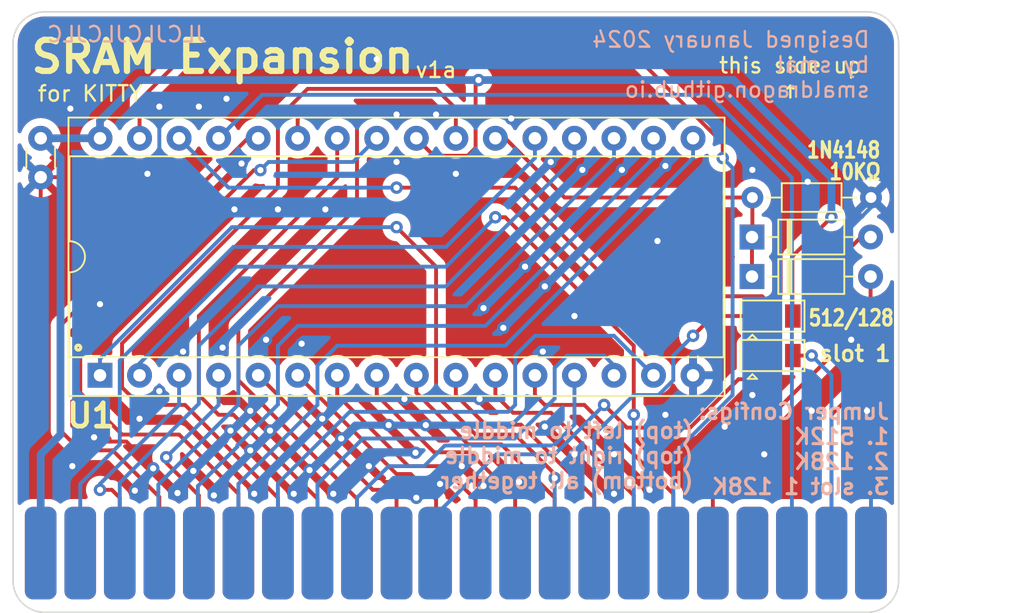
<source format=kicad_pcb>
(kicad_pcb (version 20221018) (generator pcbnew)
  (layers (0 "F.Cu" signal) (31 "B.Cu" signal) (34 "B.Paste" user) (35 "F.Paste" user) (36 "B.SilkS" user "B.Silkscreen") (37 "F.SilkS" user "F.Silkscreen") (38 "B.Mask" user) (39 "F.Mask" user) (44 "Edge.Cuts" user))
  (net 0 "")
  (net 1 "GND")
  (net 2 "+5V")
  (net 3 "Net-(D1-K)")
  (net 4 "~{SEL}")
  (net 5 "~{CART}")
  (net 6 "A15")
  (net 7 "D7")
  (net 8 "A14")
  (net 9 "D6")
  (net 10 "A13")
  (net 11 "D5")
  (net 12 "A12")
  (net 13 "D4")
  (net 14 "A11")
  (net 15 "D3")
  (net 16 "A10")
  (net 17 "D2")
  (net 18 "A9")
  (net 19 "D1")
  (net 20 "A8")
  (net 21 "D0")
  (net 22 "A7")
  (net 23 "B7")
  (net 24 "A6")
  (net 25 "B6")
  (net 26 "A5")
  (net 27 "B5")
  (net 28 "A4")
  (net 29 "B4")
  (net 30 "A3")
  (net 31 "B3")
  (net 32 "A2")
  (net 33 "B2")
  (net 34 "A1")
  (net 35 "B1")
  (net 36 "A0")
  (net 37 "B0")
  (net 38 "3M")
  (net 39 "~{NMI}")
  (net 40 "~{R}{slash}W")
  (net 41 "~{RESET}")
  (net 42 "R{slash}~{W}")
  (net 44 "Net-(J1-Pin_42)")
  (net 45 "/Enable 128")
  (footprint "Diode_THT:D_DO-35_SOD27_P7.62mm_Horizontal" (layer "F.Cu") (at 88.8746 73.66)
    (fp_text reference "D1" hide)
    (fp_text value "1N4148")
    (fp_line (start 1.04 0) (end 1.69 0) (stroke (width 0.12)) (layer "F.SilkS"))
    (fp_line (start 1.69 -1.12) (end 1.69 1.12) (stroke (width 0.12)) (layer "F.SilkS"))
    (fp_line (start 1.69 1.12) (end 5.93 1.12) (stroke (width 0.12)) (layer "F.SilkS"))
    (fp_line (start 2.29 -1.12) (end 2.29 1.12) (stroke (width 0.12)) (layer "F.SilkS"))
    (fp_line (start 2.41 -1.12) (end 2.41 1.12) (stroke (width 0.12)) (layer "F.SilkS"))
    (fp_line (start 2.53 -1.12) (end 2.53 1.12) (stroke (width 0.12)) (layer "F.SilkS"))
    (fp_line (start 5.93 -1.12) (end 1.69 -1.12) (stroke (width 0.12)) (layer "F.SilkS"))
    (fp_line (start 5.93 1.12) (end 5.93 -1.12) (stroke (width 0.12)) (layer "F.SilkS"))
    (fp_line (start 6.58 0) (end 5.93 0) (stroke (width 0.12)) (layer "F.SilkS"))
    (pad "1" thru_hole rect (at 0 0) (size 1.6 1.6) (drill 0.8) (layers "*.Cu" "*.Mask") (net 3 "Net-(D1-K)"))
    (pad "2" thru_hole oval (at 7.62 0) (size 1.6 1.6) (drill 0.8) (layers "*.Cu" "*.Mask") (net 4 "~{SEL}"))
  )
  (footprint "Capacitor_THT:C_Disc_D3.0mm_W1.6mm_P2.50mm" (layer "F.Cu") (at 43.18 67.27 90)
    (fp_text reference "C1" hide)
    (fp_text value "100nF" hide)
    (fp_line (start 0.621 -0.92) (end 1.879 -0.92) (stroke (width 0.12)) (layer "F.SilkS"))
    (fp_line (start 0.621 0.92) (end 1.879 0.92) (stroke (width 0.12)) (layer "F.SilkS"))
    (pad "1" thru_hole circle (at 0 0 90) (size 1.6 1.6) (drill 0.8) (layers "*.Cu" "*.Mask") (net 1 "GND"))
    (pad "2" thru_hole circle (at 2.5 0 90) (size 1.6 1.6) (drill 0.8) (layers "*.Cu" "*.Mask") (net 2 "+5V"))
  )
  (footprint "PCM_Package_DIP_AKL:DIP-32_W15.24mm_Socket" (layer "F.Cu") (at 46.99 80.01 90)
    (fp_text reference "U1" (at -2.5908 -0.5842 180) (layer "F.SilkS" knockout) (effects (font (size 1.5 1.5) (thickness 0.3) bold)))
    (fp_text value "AS6C4008-55PCN" hide)
    (fp_line (start -1.33 40.125) (end 16.57 40.125) (stroke (width 0.12)) (layer "F.SilkS"))
    (fp_line (start -1.329 -2.025) (end -1.33 40.125) (stroke (width 0.12)) (layer "F.SilkS"))
    (fp_line (start 1.16 40.065) (end 14.08 40.065) (stroke (width 0.12)) (layer "F.SilkS"))
    (fp_line (start 1.161 -1.965) (end 1.16 40.065) (stroke (width 0.12)) (layer "F.SilkS"))
    (fp_line (start 6.621 -1.965) (end 1.161 -1.965) (stroke (width 0.12)) (layer "F.SilkS"))
    (fp_line (start 14.08 40.065) (end 14.081 -1.965) (stroke (width 0.12)) (layer "F.SilkS"))
    (fp_line (start 14.081 -1.965) (end 8.621 -1.965) (stroke (width 0.12)) (layer "F.SilkS"))
    (fp_line (start 16.57 40.125) (end 16.571 -2.025) (stroke (width 0.12)) (layer "F.SilkS"))
    (fp_line (start 16.571 -2.025) (end -1.329 -2.025) (stroke (width 0.12)) (layer "F.SilkS"))
    (fp_arc (start 8.621 -1.965) (mid 7.621 -0.965) (end 6.621 -1.965) (stroke (width 0.12)) (layer "F.SilkS"))
    (fp_circle (center 1.779 -1.397) (end 1.829 -1.397) (stroke (width 0.12)) (fill none) (layer "F.SilkS"))
    (fp_circle (center 1.779 -1.397) (end 1.904 -1.397) (stroke (width 0.12)) (fill none) (layer "F.SilkS"))
    (fp_circle (center 1.779 -1.397) (end 1.979 -1.397) (stroke (width 0.12)) (fill none) (layer "F.SilkS"))
    (pad "1" thru_hole rect (at 0 0 90) (size 1.6 1.6) (drill 0.8) (layers "*.Cu" "*.Mask") (net 31 "B3"))
    (pad "2" thru_hole oval (at 0 2.54 90) (size 1.6 1.6) (drill 0.8) (layers "*.Cu" "*.Mask") (net 35 "B1"))
    (pad "3" thru_hole oval (at 0 5.08 90) (size 1.6 1.6) (drill 0.8) (layers "*.Cu" "*.Mask") (net 8 "A14"))
    (pad "4" thru_hole oval (at 0 7.62 90) (size 1.6 1.6) (drill 0.8) (layers "*.Cu" "*.Mask") (net 12 "A12"))
    (pad "5" thru_hole oval (at 0 10.16 90) (size 1.6 1.6) (drill 0.8) (layers "*.Cu" "*.Mask") (net 22 "A7"))
    (pad "6" thru_hole oval (at 0 12.7 90) (size 1.6 1.6) (drill 0.8) (layers "*.Cu" "*.Mask") (net 24 "A6"))
    (pad "7" thru_hole oval (at 0 15.24 90) (size 1.6 1.6) (drill 0.8) (layers "*.Cu" "*.Mask") (net 26 "A5"))
    (pad "8" thru_hole oval (at 0 17.78 90) (size 1.6 1.6) (drill 0.8) (layers "*.Cu" "*.Mask") (net 28 "A4"))
    (pad "9" thru_hole oval (at 0 20.32 90) (size 1.6 1.6) (drill 0.8) (layers "*.Cu" "*.Mask") (net 30 "A3"))
    (pad "10" thru_hole oval (at 0 22.86 90) (size 1.6 1.6) (drill 0.8) (layers "*.Cu" "*.Mask") (net 32 "A2"))
    (pad "11" thru_hole oval (at 0 25.4 90) (size 1.6 1.6) (drill 0.8) (layers "*.Cu" "*.Mask") (net 34 "A1"))
    (pad "12" thru_hole oval (at 0 27.94 90) (size 1.6 1.6) (drill 0.8) (layers "*.Cu" "*.Mask") (net 36 "A0"))
    (pad "13" thru_hole oval (at 0 30.48 90) (size 1.6 1.6) (drill 0.8) (layers "*.Cu" "*.Mask") (net 21 "D0"))
    (pad "14" thru_hole oval (at 0 33.02 90) (size 1.6 1.6) (drill 0.8) (layers "*.Cu" "*.Mask") (net 19 "D1"))
    (pad "15" thru_hole oval (at 0 35.56 90) (size 1.6 1.6) (drill 0.8) (layers "*.Cu" "*.Mask") (net 17 "D2"))
    (pad "16" thru_hole oval (at 0 38.1 90) (size 1.6 1.6) (drill 0.8) (layers "*.Cu" "*.Mask") (net 1 "GND"))
    (pad "17" thru_hole oval (at 15.24 38.1 90) (size 1.6 1.6) (drill 0.8) (layers "*.Cu" "*.Mask") (net 15 "D3"))
    (pad "18" thru_hole oval (at 15.24 35.56 90) (size 1.6 1.6) (drill 0.8) (layers "*.Cu" "*.Mask") (net 13 "D4"))
    (pad "19" thru_hole oval (at 15.24 33.02 90) (size 1.6 1.6) (drill 0.8) (layers "*.Cu" "*.Mask") (net 11 "D5"))
    (pad "20" thru_hole oval (at 15.24 30.48 90) (size 1.6 1.6) (drill 0.8) (layers "*.Cu" "*.Mask") (net 9 "D6"))
    (pad "21" thru_hole oval (at 15.24 27.94 90) (size 1.6 1.6) (drill 0.8) (layers "*.Cu" "*.Mask") (net 7 "D7"))
    (pad "22" thru_hole oval (at 15.24 25.4 90) (size 1.6 1.6) (drill 0.8) (layers "*.Cu" "*.Mask") (net 3 "Net-(D1-K)"))
    (pad "23" thru_hole oval (at 15.24 22.86 90) (size 1.6 1.6) (drill 0.8) (layers "*.Cu" "*.Mask") (net 16 "A10"))
    (pad "24" thru_hole oval (at 15.24 20.32 90) (size 1.6 1.6) (drill 0.8) (layers "*.Cu" "*.Mask") (net 2 "+5V"))
    (pad "25" thru_hole oval (at 15.24 17.78 90) (size 1.6 1.6) (drill 0.8) (layers "*.Cu" "*.Mask") (net 14 "A11"))
    (pad "26" thru_hole oval (at 15.24 15.24 90) (size 1.6 1.6) (drill 0.8) (layers "*.Cu" "*.Mask") (net 18 "A9"))
    (pad "27" thru_hole oval (at 15.24 12.7 90) (size 1.6 1.6) (drill 0.8) (layers "*.Cu" "*.Mask") (net 20 "A8"))
    (pad "28" thru_hole oval (at 15.24 10.16 90) (size 1.6 1.6) (drill 0.8) (layers "*.Cu" "*.Mask") (net 10 "A13"))
    (pad "29" thru_hole oval (at 15.24 7.62 90) (size 1.6 1.6) (drill 0.8) (layers "*.Cu" "*.Mask") (net 42 "R{slash}~{W}"))
    (pad "30" thru_hole oval (at 15.24 5.08 90) (size 1.6 1.6) (drill 0.8) (layers "*.Cu" "*.Mask") (net 45 "/Enable 128"))
    (pad "31" thru_hole oval (at 15.24 2.54 90) (size 1.6 1.6) (drill 0.8) (layers "*.Cu" "*.Mask") (net 37 "B0"))
    (pad "32" thru_hole oval (at 15.24 0 90) (size 1.6 1.6) (drill 0.8) (layers "*.Cu" "*.Mask") (net 2 "+5V"))
  )
  (footprint "Jumper:SolderJumper-3_P1.3mm_Open_Pad1.0x1.5mm" (layer "F.Cu") (at 90.2 76.2)
    (fp_text reference "JP1" hide)
    (fp_text value "512/128" (at 5.05 0.127) (layer "F.SilkS") (effects (font (size 1 0.8) (thickness 0.2) bold)))
    (fp_line (start -2.05 -1) (end 2.05 -1) (stroke (width 0.12)) (layer "F.SilkS"))
    (fp_line (start -2.05 1) (end -2.05 -1) (stroke (width 0.12)) (layer "F.SilkS"))
    (fp_line (start -1.6 1.5) (end -1 1.5) (stroke (width 0.12)) (layer "F.SilkS"))
    (fp_line (start -1.3 1.2) (end -1.6 1.5) (stroke (width 0.12)) (layer "F.SilkS"))
    (fp_line (start -1.3 1.2) (end -1 1.5) (stroke (width 0.12)) (layer "F.SilkS"))
    (fp_line (start 2.05 -1) (end 2.05 1) (stroke (width 0.12)) (layer "F.SilkS"))
    (fp_line (start 2.05 1) (end -2.05 1) (stroke (width 0.12)) (layer "F.SilkS"))
    (pad "1" smd rect (at -1.3 0) (size 1 1.5) (layers "F.Cu" "F.Mask") (net 33 "B2"))
    (pad "2" smd rect (at 0 0) (size 1 1.5) (layers "F.Cu" "F.Mask") (net 45 "/Enable 128"))
    (pad "3" smd rect (at 1.3 0) (size 1 1.5) (layers "F.Cu" "F.Mask") (net 2 "+5V"))
  )
  (footprint "Diode_THT:D_DO-35_SOD27_P7.62mm_Horizontal" (layer "F.Cu") (at 88.8746 71.12)
    (fp_text reference "D2" hide)
    (fp_text value "1N4148" (at 5.8928 -5.588) (layer "F.SilkS") (effects (font (size 1 0.8) (thickness 0.2) bold)))
    (fp_line (start 1.04 0) (end 1.69 0) (stroke (width 0.12)) (layer "F.SilkS"))
    (fp_line (start 1.69 -1.12) (end 1.69 1.12) (stroke (width 0.12)) (layer "F.SilkS"))
    (fp_line (start 1.69 1.12) (end 5.93 1.12) (stroke (width 0.12)) (layer "F.SilkS"))
    (fp_line (start 2.29 -1.12) (end 2.29 1.12) (stroke (width 0.12)) (layer "F.SilkS"))
    (fp_line (start 2.41 -1.12) (end 2.41 1.12) (stroke (width 0.12)) (layer "F.SilkS"))
    (fp_line (start 2.53 -1.12) (end 2.53 1.12) (stroke (width 0.12)) (layer "F.SilkS"))
    (fp_line (start 5.93 -1.12) (end 1.69 -1.12) (stroke (width 0.12)) (layer "F.SilkS"))
    (fp_line (start 5.93 1.12) (end 5.93 -1.12) (stroke (width 0.12)) (layer "F.SilkS"))
    (fp_line (start 6.58 0) (end 5.93 0) (stroke (width 0.12)) (layer "F.SilkS"))
    (pad "1" thru_hole rect (at 0 0) (size 1.6 1.6) (drill 0.8) (layers "*.Cu" "*.Mask") (net 3 "Net-(D1-K)"))
    (pad "2" thru_hole oval (at 7.62 0) (size 1.6 1.6) (drill 0.8) (layers "*.Cu" "*.Mask") (net 5 "~{CART}"))
  )
  (footprint "Jumper:SolderJumper-3_P1.3mm_Open_Pad1.0x1.5mm" (layer "F.Cu") (at 90.2 78.74)
    (fp_text reference "JP2" hide)
    (fp_text value "slot 1" (at 5.304 -0.127) (layer "F.SilkS") (effects (font (thickness 0.2) bold)))
    (fp_line (start -2.05 -1) (end 2.05 -1) (stroke (width 0.12)) (layer "F.SilkS"))
    (fp_line (start -2.05 1) (end -2.05 -1) (stroke (width 0.12)) (layer "F.SilkS"))
    (fp_line (start -1.6 1.5) (end -1 1.5) (stroke (width 0.12)) (layer "F.SilkS"))
    (fp_line (start -1.3 1.2) (end -1.6 1.5) (stroke (width 0.12)) (layer "F.SilkS"))
    (fp_line (start -1.3 1.2) (end -1 1.5) (stroke (width 0.12)) (layer "F.SilkS"))
    (fp_line (start 2.05 -1) (end 2.05 1) (stroke (width 0.12)) (layer "F.SilkS"))
    (fp_line (start 2.05 1) (end -2.05 1) (stroke (width 0.12)) (layer "F.SilkS"))
    (pad "1" smd rect (at -1.3 0) (size 1 1.5) (layers "F.Cu" "F.Mask") (net 45 "/Enable 128"))
    (pad "2" smd rect (at 0 0) (size 1 1.5) (layers "F.Cu" "F.Mask") (net 25 "B6"))
    (pad "3" smd rect (at 1.3 0) (size 1 1.5) (layers "F.Cu" "F.Mask") (net 44 "Net-(J1-Pin_42)"))
  )
  (footprint "Smal:KITTY_Cart_Edge" (layer "F.Cu") (at 97.79 88.4435 180)
    (fp_text reference "J1" hide)
    (fp_text value "Conn_02x22_Odd_Even")
    (pad "1" smd roundrect (at 54.61 -2.9965) (size 2.032 5.945) (layers "F.Cu" "F.Paste" "F.Mask") (net 1 "GND"))
    (pad "2" smd roundrect (at 54.61 -2.9965) (size 2.032 5.945) (layers "B.Cu" "B.Paste" "B.Mask") (net 2 "+5V"))
    (pad "3" smd roundrect (at 52.07 -2.9965) (size 2.032 5.945) (layers "F.Cu" "F.Paste" "F.Mask") (net 6 "A15"))
    (pad "4" smd roundrect (at 52.07 -2.9965) (size 2.032 5.945) (layers "B.Cu" "B.Paste" "B.Mask") (net 7 "D7"))
    (pad "5" smd roundrect (at 49.53 -2.9965) (size 2.032 5.945) (layers "F.Cu" "F.Paste" "F.Mask") (net 8 "A14"))
    (pad "6" smd roundrect (at 49.53 -2.9965) (size 2.032 5.945) (layers "B.Cu" "B.Paste" "B.Mask") (net 9 "D6"))
    (pad "7" smd roundrect (at 46.99 -2.9965) (size 2.032 5.945) (layers "F.Cu" "F.Paste" "F.Mask") (net 10 "A13"))
    (pad "8" smd roundrect (at 46.99 -2.9965) (size 2.032 5.945) (layers "B.Cu" "B.Paste" "B.Mask") (net 11 "D5"))
    (pad "9" smd roundrect (at 44.45 -2.9965) (size 2.032 5.945) (layers "F.Cu" "F.Paste" "F.Mask") (net 12 "A12"))
    (pad "10" smd roundrect (at 44.45 -2.9965) (size 2.032 5.945) (layers "B.Cu" "B.Paste" "B.Mask") (net 13 "D4"))
    (pad "11" smd roundrect (at 41.91 -2.9965) (size 2.032 5.945) (layers "F.Cu" "F.Paste" "F.Mask") (net 14 "A11"))
    (pad "12" smd roundrect (at 41.91 -3) (size 2.032 5.952) (layers "B.Cu" "B.Paste" "B.Mask") (net 15 "D3"))
    (pad "13" smd roundrect (at 39.37 -3) (size 2.032 5.952) (layers "F.Cu" "F.Paste" "F.Mask") (net 16 "A10"))
    (pad "14" smd roundrect (at 39.37 -2.9965) (size 2.032 5.945) (layers "B.Cu" "B.Paste" "B.Mask") (net 17 "D2"))
    (pad "15" smd roundrect (at 36.83 -3) (size 2.032 5.952) (layers "F.Cu" "F.Paste" "F.Mask") (net 18 "A9"))
    (pad "16" smd roundrect (at 36.83 -2.9965) (size 2.032 5.945) (layers "B.Cu" "B.Paste" "B.Mask") (net 19 "D1"))
    (pad "17" smd roundrect (at 34.29 -2.9965) (size 2.032 5.945) (layers "F.Cu" "F.Paste" "F.Mask") (net 20 "A8"))
    (pad "18" smd roundrect (at 34.29 -2.9965) (size 2.032 5.945) (layers "B.Cu" "B.Paste" "B.Mask") (net 21 "D0"))
    (pad "19" smd roundrect (at 31.75 -2.9965) (size 2.032 5.945) (layers "F.Cu" "F.Paste" "F.Mask") (net 22 "A7"))
    (pad "20" smd roundrect (at 31.75 -2.9965) (size 2.032 5.945) (layers "B.Cu" "B.Paste" "B.Mask") (net 23 "B7"))
    (pad "21" smd roundrect (at 29.21 -2.9965) (size 2.032 5.945) (layers "F.Cu" "F.Paste" "F.Mask") (net 24 "A6"))
    (pad "22" smd roundrect (at 29.2735 -3) (size 2.159 5.952) (layers "B.Cu" "B.Paste" "B.Mask") (net 25 "B6"))
    (pad "23" smd roundrect (at 26.67 -2.9965) (size 2.032 5.945) (layers "F.Cu" "F.Paste" "F.Mask") (net 26 "A5"))
    (pad "24" smd roundrect (at 26.67 -2.9965) (size 2.032 5.945) (layers "B.Cu" "B.Paste" "B.Mask") (net 27 "B5"))
    (pad "25" smd roundrect (at 24.13 -2.9965) (size 2.032 5.945) (layers "F.Cu" "F.Paste" "F.Mask") (net 28 "A4"))
    (pad "26" smd roundrect (at 24.13 -2.9965) (size 2.032 5.945) (layers "B.Cu" "B.Paste" "B.Mask") (net 29 "B4"))
    (pad "27" smd roundrect (at 21.59 -2.9965) (size 2.032 5.945) (layers "F.Cu" "F.Paste" "F.Mask") (net 30 "A3"))
    (pad "28" smd roundrect (at 21.59 -2.9965) (size 2.032 5.945) (layers "B.Cu" "B.Paste" "B.Mask") (net 31 "B3"))
    (pad "29" smd roundrect (at 19.05 -3) (size 2.032 5.952) (layers "F.Cu" "F.Paste" "F.Mask") (net 32 "A2"))
    (pad "30" smd roundrect (at 19.05 -2.9965) (size 2.032 5.945) (layers "B.Cu" "B.Paste" "B.Mask") (net 33 "B2"))
    (pad "31" smd roundrect (at 16.51 -2.9965) (size 2.032 5.945) (layers "F.Cu" "F.Paste" "F.Mask") (net 34 "A1"))
    (pad "32" smd roundrect (at 16.51 -2.9965) (size 2.032 5.945) (layers "B.Cu" "B.Paste" "B.Mask") (net 35 "B1"))
    (pad "33" smd roundrect (at 13.97 -2.9965) (size 2.032 5.945) (layers "F.Cu" "F.Paste" "F.Mask") (net 36 "A0"))
    (pad "34" smd roundrect (at 13.97 -3) (size 2.032 5.952) (layers "B.Cu" "B.Paste" "B.Mask") (net 37 "B0"))
    (pad "35" smd roundrect (at 11.43 -3) (size 2.032 5.952) (layers "F.Cu" "F.Paste" "F.Mask") (net 5 "~{CART}"))
    (pad "36" smd roundrect (at 11.43 -2.9965) (size 2.032 5.945) (layers "B.Cu" "B.Paste" "B.Mask") (net 38 "3M"))
    (pad "37" smd roundrect (at 8.89 -2.9965) (size 2.032 5.945) (layers "F.Cu" "F.Paste" "F.Mask") (net 39 "~{NMI}"))
    (pad "38" smd roundrect (at 8.89 -2.9965) (size 2.032 5.945) (layers "B.Cu" "B.Paste" "B.Mask") (net 40 "~{R}{slash}W"))
    (pad "39" smd roundrect (at 6.35 -2.9965) (size 2.032 5.945) (layers "F.Cu" "F.Paste" "F.Mask") (net 41 "~{RESET}"))
    (pad "40" smd roundrect (at 6.35 -2.9965) (size 2.032 5.945) (layers "B.Cu" "B.Paste" "B.Mask") (net 42 "R{slash}~{W}"))
    (pad "41" smd roundrect (at 3.81 -2.9965) (size 2.032 5.945) (layers "F.Cu" "F.Paste" "F.Mask") (net 4 "~{SEL}"))
    (pad "42" smd roundrect (at 3.81 -3) (size 2.032 5.952) (layers "B.Cu" "B.Paste" "B.Mask") (net 44 "Net-(J1-Pin_42)"))
    (pad "43" smd roundrect (at 1.27 -2.9965) (size 2.032 5.945) (layers "F.Cu" "F.Paste" "F.Mask"))
    (pad "44" smd roundrect (at 1.27 -2.9965) (size 2.032 5.945) (layers "B.Cu" "B.Paste" "B.Mask") (net 1 "GND"))
  )
  (footprint "Resistor_THT:R_Axial_DIN0204_L3.6mm_D1.6mm_P7.62mm_Horizontal" (layer "F.Cu") (at 96.52 68.58 180)
    (fp_text reference "R1" hide)
    (fp_text value "10KΩ" (at 1.016 1.651) (layer "F.SilkS") (effects (font (size 1 0.8) (thickness 0.2) bold)))
    (fp_line (start 0.94 0) (end 1.89 0) (stroke (width 0.12)) (layer "F.SilkS"))
    (fp_line (start 1.89 -0.92) (end 1.89 0.92) (stroke (width 0.12)) (layer "F.SilkS"))
    (fp_line (start 1.89 0.92) (end 5.73 0.92) (stroke (width 0.12)) (layer "F.SilkS"))
    (fp_line (start 5.73 -0.92) (end 1.89 -0.92) (stroke (width 0.12)) (layer "F.SilkS"))
    (fp_line (start 5.73 0.92) (end 5.73 -0.92) (stroke (width 0.12)) (layer "F.SilkS"))
    (fp_line (start 6.68 0) (end 5.73 0) (stroke (width 0.12)) (layer "F.SilkS"))
    (pad "1" thru_hole circle (at 0 0 180) (size 1.4 1.4) (drill 0.7) (layers "*.Cu" "*.Mask") (net 1 "GND"))
    (pad "2" thru_hole oval (at 7.62 0 180) (size 1.4 1.4) (drill 0.7) (layers "*.Cu" "*.Mask") (net 3 "Net-(D1-K)"))
  )
  (gr_line (start 41.402 58.674) (end 41.402 93.218) (stroke (width 0.1)) (layer "Edge.Cuts"))
  (gr_arc (start 98.298 93.217999) (mid 97.702841 94.65484) (end 96.266 95.249999) (stroke (width 0.1)) (layer "Edge.Cuts"))
  (gr_arc (start 43.434 95.25) (mid 41.997159 94.654841) (end 41.402 93.218) (stroke (width 0.1)) (layer "Edge.Cuts"))
  (gr_line (start 43.434 56.642) (end 96.266 56.642) (stroke (width 0.1)) (layer "Edge.Cuts"))
  (gr_arc (start 96.265999 56.642001) (mid 97.70284 57.23716) (end 98.297999 58.674001) (stroke (width 0.1)) (layer "Edge.Cuts"))
  (gr_line (start 98.298 93.218) (end 98.297999 58.674001) (stroke (width 0.1)) (layer "Edge.Cuts"))
  (gr_arc (start 41.402 58.674) (mid 41.997159 57.237159) (end 43.434 56.642) (stroke (width 0.1)) (layer "Edge.Cuts"))
  (gr_line (start 96.266 95.249999) (end 43.434 95.25) (stroke (width 0.1)) (layer "Edge.Cuts"))
  (gr_text "Jumper Configs:\n1. 512K\n2. 128K\n3. slot 1 128K" (at 97.79 87.757) (layer "B.SilkS") (effects (font (size 1 1) (thickness 0.2) bold) (justify left bottom mirror)))
  (gr_text "JLCJLCJLCJLC" (at 53.975 58.674) (layer "B.SilkS") (effects (font (size 1 1)) (justify left bottom mirror)))
  (gr_text "Designed January 2024\nby smal\nsmaldragon.github.io" (at 96.52 62.23) (layer "B.SilkS") (effects (font (size 1 1)) (justify left bottom mirror)))
  (gr_text "(top) left to middle\n(top) right to middle\n(bottom) all together" (at 85.217 87.376) (layer "B.SilkS") (effects (font (size 1 1) (thickness 0.2) bold) (justify left bottom mirror)))
  (gr_text "for KITTY" (at 46.355 62.484) (layer "F.SilkS") (effects (font (size 1 1)) (justify bottom)))
  (gr_text "SRAM Expansion" (at 54.864 60.706) (layer "F.SilkS") (effects (font (size 2 2) (thickness 0.4) bold) (justify bottom)))
  (gr_text "v1a" (at 68.58 60.96) (layer "F.SilkS") (effects (font (size 1 1)) (justify bottom)))
  (gr_text "this side up\n↑" (at 91.3384 62.2808) (layer "F.SilkS") (effects (font (size 1 1)) (justify bottom)))
  (segment (start 48.683735 84.27) (end 51.9684 87.554665) (width 0.25) (layer "F.Cu") (net 1))
  (segment (start 51.9684 87.554665) (end 51.9684 87.5792) (width 0.25) (layer "F.Cu") (net 1))
  (segment (start 65.278 86.868) (end 64.262 85.852) (width 0.25) (layer "F.Cu") (net 1))
  (segment (start 46.609 83.9978) (end 46.8812 84.27) (width 0.25) (layer "F.Cu") (net 1))
  (segment (start 50.038 67.056) (end 49.824 67.27) (width 0.25) (layer "F.Cu") (net 1))
  (segment (start 46.8812 84.27) (end 48.683735 84.27) (width 0.25) (layer "F.Cu") (net 1))
  (segment (start 49.824 67.27) (end 43.18 67.27) (width 0.25) (layer "F.Cu") (net 1))
  (segment (start 45.085 65.365) (end 43.18 67.27) (width 0.25) (layer "F.Cu") (net 1))
  (segment (start 45.085 62.865) (end 45.085 65.365) (width 0.25) (layer "F.Cu") (net 1))
  (segment (start 43.18 67.27) (end 43.18 91.44) (width 0.25) (layer "F.Cu") (net 1))
  (segment (start 67.31 87.884) (end 66.294 86.868) (width 0.25) (layer "F.Cu") (net 1))
  (segment (start 66.294 86.868) (end 65.278 86.868) (width 0.25) (layer "F.Cu") (net 1))
  (via (at 52.324 78.486) (size 0.8) (drill 0.4) (layers "F.Cu" "B.Cu") (net 1))
  (via (at 80.01 85.09) (size 0.8) (drill 0.4) (layers "F.Cu" "B.Cu") (net 1))
  (via (at 50.8 62.738) (size 0.8) (drill 0.4) (layers "F.Cu" "B.Cu") (net 1))
  (via (at 89.662 85.09) (size 0.8) (drill 0.4) (layers "F.Cu" "B.Cu") (net 1))
  (via (at 53.34 62.738) (size 0.8) (drill 0.4) (layers "F.Cu" "B.Cu") (net 1))
  (via (at 96.266 82.296) (size 0.8) (drill 0.4) (layers "F.Cu" "B.Cu") (net 1))
  (via (at 71.374 81.534) (size 0.8) (drill 0.4) (layers "F.Cu" "B.Cu") (net 1))
  (via (at 77.978 66.802) (size 0.8) (drill 0.4) (layers "F.Cu" "B.Cu") (net 1))
  (via (at 72.898 76.962) (size 0.8) (drill 0.4) (layers "F.Cu" "B.Cu") (net 1))
  (via (at 71.628 87.122) (size 0.8) (drill 0.4) (layers "F.Cu" "B.Cu") (net 1))
  (via (at 56.896 87.63) (size 0.8) (drill 0.4) (layers "F.Cu" "B.Cu") (net 1))
  (via (at 51.9684 87.5792) (size 0.8) (drill 0.4) (layers "F.Cu" "B.Cu") (net 1))
  (via (at 95.25 77.724) (size 0.8) (drill 0.4) (layers "F.Cu" "B.Cu") (net 1))
  (via (at 66.04 63.246) (size 0.8) (drill 0.4) (layers "F.Cu" "B.Cu") (net 1))
  (via (at 74.295 73.025) (size 0.8) (drill 0.4) (layers "F.Cu" "B.Cu") (net 1))
  (via (at 56.642 84.836) (size 0.8) (drill 0.4) (layers "F.Cu" "B.Cu") (net 1))
  (via (at 64.262 85.852) (size 0.8) (drill 0.4) (layers "F.Cu" "B.Cu") (net 1))
  (via (at 46.99 75.438) (size 0.8) (drill 0.4) (layers "F.Cu" "B.Cu") (net 1))
  (via (at 54.864 78.232) (size 0.8) (drill 0.4) (layers "F.Cu" "B.Cu") (net 1))
  (via (at 73.406 63.5) (size 0.8) (drill 0.4) (layers "F.Cu" "B.Cu") (net 1))
  (via (at 50.404773 85.991038) (size 0.8) (drill 0.4) (layers "F.Cu" "B.Cu") (net 1))
  (via (at 82.804 71.374) (size 0.8) (drill 0.4) (layers "F.Cu" "B.Cu") (net 1))
  (via (at 58.42 69.342) (size 0.8) (drill 0.4) (layers "F.Cu" "B.Cu") (net 1))
  (via (at 70.231 85.852) (size 0.8) (drill 0.4) (layers "F.Cu" "B.Cu") (net 1))
  (via (at 92.71 82.296) (size 0.8) (drill 0.4) (layers "F.Cu" "B.Cu") (net 1))
  (via (at 55.118 62.23) (size 0.8) (drill 0.4) (layers "F.Cu" "B.Cu") (net 1))
  (via (at 61.468 69.342) (size 0.8) (drill 0.4) (layers "F.Cu" "B.Cu") (net 1))
  (via (at 80.518 66.802) (size 0.8) (drill 0.4) (layers "F.Cu" "B.Cu") (net 1))
  (via (at 59.944 77.978) (size 0.8) (drill 0.4) (layers "F.Cu" "B.Cu") (net 1))
  (via (at 69.85 67.056) (size 0.8) (drill 0.4) (layers "F.Cu" "B.Cu") (net 1))
  (via (at 88.9 81.28) (size 0.8) (drill 0.4) (layers "F.Cu" "B.Cu") (net 1))
  (via (at 57.658 77.724) (size 0.8) (drill 0.4) (layers "F.Cu" "B.Cu") (net 1))
  (via (at 75.946 66.294) (size 0.8) (drill 0.4) (layers "F.Cu" "B.Cu") (net 1))
  (via (at 59.436 87.63) (size 0.8) (drill 0.4) (layers "F.Cu" "B.Cu") (net 1))
  (via (at 67.31 87.884) (size 0.8) (drill 0.4) (layers "F.Cu" "B.Cu") (net 1))
  (via (at 57.912 83.566) (size 0.8) (drill 0.4) (layers "F.Cu" "B.Cu") (net 1))
  (via (at 71.628 75.692) (size 0.8) (drill 0.4) (layers "F.Cu" "B.Cu") (net 1))
  (via (at 92.456 67.564) (size 0.8) (drill 0.4) (layers "F.Cu" "B.Cu") (net 1))
  (via (at 61.976 87.63) (size 0.8) (drill 0.4) (layers "F.Cu" "B.Cu") (net 1))
  (via (at 67.2592 84.9884) (size 0.8) (drill 0.4) (layers "F.Cu" "B.Cu") (net 1))
  (via (at 60.452 86.106) (size 0.8) (drill 0.4) (layers "F.Cu" "B.Cu") (net 1))
  (via (at 64.77 59.69) (size 0.8) (drill 0.4) (layers "F.Cu" "B.Cu") (net 1))
  (via (at 52.9844 86.1568) (size 0.8) (drill 0.4) (layers "F.Cu" "B.Cu") (net 1))
  (via (at 75.438 78.486) (size 0.8) (drill 0.4) (layers "F.Cu" "B.Cu") (net 1))
  (via (at 83.312 82.55) (size 0.8) (drill 0.4) (layers "F.Cu" "B.Cu") (net 1))
  (via (at 50.038 67.056) (size 0.8) (drill 0.4) (layers "F.Cu" "B.Cu") (net 1))
  (via (at 62.484 84.074) (size 0.8) (drill 0.4) (layers "F.Cu" "B.Cu") (net 1))
  (via (at 56.642 82.296) (size 0.8) (drill 0.4) (layers "F.Cu" "B.Cu") (net 1))
  (via (at 67.9196 83.2104) (size 0.8) (drill 0.4) (layers "F.Cu" "B.Cu") (net 1))
  (via (at 82.296 87.376) (size 0.8) (drill 0.4) (layers "F.Cu" "B.Cu") (net 1))
  (via (at 75.565 74.295) (size 0.8) (drill 0.4) (layers "F.Cu" "B.Cu") (net 1))
  (via (at 77.47 85.09) (size 0.8) (drill 0.4) (layers "F.Cu" "B.Cu") (net 1))
  (via (at 49.53 82.804) (size 0.8) (drill 0.4) (layers "F.Cu" "B.Cu") (net 1))
  (via (at 88.9 66.802) (size 0.8) (drill 0.4) (layers "F.Cu" "B.Cu") (net 1))
  (via (at 87.122 83.312) (size 0.8) (drill 0.4) (layers "F.Cu" "B.Cu") (net 1))
  (via (at 80.01 87.63) (size 0.8) (drill 0.4) (layers "F.Cu" "B.Cu") (net 1))
  (via (at 55.372 83.566) (size 0.8) (drill 0.4) (layers "F.Cu" "B.Cu") (net 1))
  (via (at 56.0832 66.3956) (size 0.8) (drill 0.4) (layers "F.Cu" "B.Cu") (net 1))
  (via (at 50.8 81.026) (size 0.8) (drill 0.4) (layers "F.Cu" "B.Cu") (net 1))
  (via (at 66.548 81.534) (size 0.8) (drill 0.4) (layers "F.Cu" "B.Cu") (net 1))
  (via (at 68.58 63.246) (size 0.8) (drill 0.4) (layers "F.Cu" "B.Cu") (net 1))
  (via (at 49.2252 87.4268) (size 0.8) (drill 0.4) (layers "F.Cu" "B.Cu") (net 1))
  (via (at 66.04 66.294) (size 0.8) (drill 0.4) (layers "F.Cu" "B.Cu") (net 1))
  (via (at 54.3052 87.7316) (size 0.8) (drill 0.4) (layers "F.Cu" "B.Cu") (net 1))
  (via (at 45.212 85.852) (size 0.8) (drill 0.4) (layers "F.Cu" "B.Cu") (net 1))
  (via (at 75.565 83.312) (size 0.8) (drill 0.4) (layers "F.Cu" "B.Cu") (net 1))
  (via (at 45.085 62.865) (size 0.8) (drill 0.4) (layers "F.Cu" "B.Cu") (net 1))
  (via (at 61.2648 82.804) (size 0.8) (drill 0.4) (layers "F.Cu" "B.Cu") (net 1))
  (via (at 68.834 86.995) (size 0.8) (drill 0.4) (layers "F.Cu" "B.Cu") (net 1))
  (via (at 73.914 86.868) (size 0.8) (drill 0.4) (layers "F.Cu" "B.Cu") (net 1))
  (via (at 65.532 83.2104) (size 0.8) (drill 0.4) (layers "F.Cu" "B.Cu") (net 1))
  (via (at 55.626 69.342) (size 0.8) (drill 0.4) (layers "F.Cu" "B.Cu") (net 1))
  (via (at 83.312 66.548) (size 0.8) (drill 0.4) (layers "F.Cu" "B.Cu") (net 1))
  (via (at 46.609 83.9978) (size 0.8) (drill 0.4) (layers "F.Cu" "B.Cu") (net 1))
  (via (at 77.47 76.2) (size 0.8) (drill 0.4) (layers "F.Cu" "B.Cu") (net 1))
  (segment (start 95.25 77.724) (end 95.25 86.614) (width 0.25) (layer "B.Cu") (net 1))
  (segment (start 95.25 77.724) (end 95.25 70.485) (width 0.25) (layer "B.Cu") (net 1))
  (segment (start 96.52 69.215) (end 96.52 68.225051) (width 0.25) (layer "B.Cu") (net 1))
  (segment (start 47.752 60.198) (end 45.085 62.865) (width 0.25) (layer "B.Cu") (net 1))
  (segment (start 50.8 62.738) (end 50.8 66.294) (width 0.25) (layer "B.Cu") (net 1))
  (segment (start 96.52 87.884) (end 96.52 91.44) (width 0.25) (layer "B.Cu") (net 1))
  (segment (start 50.8 66.294) (end 50.038 67.056) (width 0.25) (layer "B.Cu") (net 1))
  (segment (start 95.25 70.485) (end 96.52 69.215) (width 0.25) (layer "B.Cu") (net 1))
  (segment (start 88.492949 60.198) (end 47.752 60.198) (width 0.25) (layer "B.Cu") (net 1))
  (segment (start 95.25 86.614) (end 96.52 87.884) (width 0.25) (layer "B.Cu") (net 1))
  (segment (start 52.9844 86.5632) (end 51.9684 87.5792) (width 0.25) (layer "B.Cu") (net 1))
  (segment (start 96.52 68.225051) (end 88.492949 60.198) (width 0.25) (layer "B.Cu") (net 1))
  (segment (start 52.9844 86.1568) (end 52.9844 86.5632) (width 0.25) (layer "B.Cu") (net 1))
  (segment (start 71.12 61.214) (end 71.12 65.380991) (width 0.25) (layer "F.Cu") (net 2))
  (segment (start 93.98 69.85) (end 91.47 72.36) (width 0.25) (layer "F.Cu") (net 2))
  (segment (start 91.47 72.36) (end 91.47 76.17) (width 0.25) (layer "F.Cu") (net 2))
  (segment (start 71.12 65.380991) (end 70.605991 65.895) (width 0.25) (layer "F.Cu") (net 2))
  (segment (start 71.307 61.027) (end 71.12 61.214) (width 0.25) (layer "F.Cu") (net 2))
  (segment (start 70.605991 65.895) (end 68.435 65.895) (width 0.25) (layer "F.Cu") (net 2))
  (segment (start 91.47 76.17) (end 91.5 76.2) (width 0.25) (layer "F.Cu") (net 2))
  (segment (start 68.435 65.895) (end 67.31 64.77) (width 0.25) (layer "F.Cu") (net 2))
  (via (at 93.98 69.85) (size 0.8) (drill 0.4) (layers "F.Cu" "B.Cu") (net 2))
  (via (at 71.307 61.027) (size 0.8) (drill 0.4) (layers "F.Cu" "B.Cu") (net 2))
  (segment (start 43.18 64.77) (end 44.45 66.04) (width 0.5) (layer "B.Cu") (net 2))
  (segment (start 49.60163 61.027) (end 46.99 63.63863) (width 0.5) (layer "B.Cu") (net 2))
  (segment (start 93.98 67.31) (end 87.697 61.027) (width 0.5) (layer "B.Cu") (net 2))
  (segment (start 43.18 85.09) (end 43.18 91.44) (width 0.5) (layer "B.Cu") (net 2))
  (segment (start 93.98 69.85) (end 93.98 67.31) (width 0.5) (layer "B.Cu") (net 2))
  (segment (start 46.99 63.63863) (end 46.99 64.77) (width 0.5) (layer "B.Cu") (net 2))
  (segment (start 43.18 64.77) (end 46.99 64.77) (width 0.5) (layer "B.Cu") (net 2))
  (segment (start 44.45 83.82) (end 43.18 85.09) (width 0.5) (layer "B.Cu") (net 2))
  (segment (start 87.697 61.027) (end 71.307 61.027) (width 0.5) (layer "B.Cu") (net 2))
  (segment (start 71.307 61.027) (end 49.60163 61.027) (width 0.5) (layer "B.Cu") (net 2))
  (segment (start 44.45 66.04) (end 44.45 83.82) (width 0.5) (layer "B.Cu") (net 2))
  (segment (start 76.835 68.58) (end 73.025 64.77) (width 0.25) (layer "F.Cu") (net 3))
  (segment (start 88.9 71.7296) (end 88.9 68.58) (width 0.25) (layer "F.Cu") (net 3))
  (segment (start 88.8746 74.295) (end 88.8746 71.755) (width 0.25) (layer "F.Cu") (net 3))
  (segment (start 88.9 68.58) (end 76.835 68.58) (width 0.25) (layer "F.Cu") (net 3))
  (segment (start 88.8746 71.755) (end 88.9 71.7296) (width 0.25) (layer "F.Cu") (net 3))
  (segment (start 73.025 64.77) (end 72.39 64.77) (width 0.25) (layer "F.Cu") (net 3))
  (segment (start 96.4946 80.0354) (end 93.98 82.55) (width 0.25) (layer "F.Cu") (net 4))
  (segment (start 96.4946 74.295) (end 96.4946 80.0354) (width 0.25) (layer "F.Cu") (net 4))
  (segment (start 93.98 82.55) (end 93.98 91.44) (width 0.25) (layer "F.Cu") (net 4))
  (segment (start 93.98 73.025) (end 93.98 78.74) (width 0.25) (layer "F.Cu") (net 5))
  (segment (start 95.885 71.12) (end 93.98 73.025) (width 0.25) (layer "F.Cu") (net 5))
  (segment (start 86.36 86.36) (end 86.36 91.4435) (width 0.25) (layer "F.Cu") (net 5))
  (segment (start 96.4946 71.12) (end 95.885 71.12) (width 0.25) (layer "F.Cu") (net 5))
  (segment (start 93.98 78.74) (end 86.36 86.36) (width 0.25) (layer "F.Cu") (net 5))
  (segment (start 45.72 91.44) (end 45.72 86.995) (width 0.25) (layer "B.Cu") (net 7))
  (segment (start 69.215 71.755) (end 74.93 66.04) (width 0.25) (layer "B.Cu") (net 7))
  (segment (start 74.93 66.04) (end 74.93 64.77) (width 0.25) (layer "B.Cu") (net 7))
  (segment (start 55.5625 71.755) (end 69.215 71.755) (width 0.25) (layer "B.Cu") (net 7))
  (segment (start 45.72 86.995) (end 48.26 84.455) (width 0.25) (layer "B.Cu") (net 7))
  (segment (start 48.26 79.0575) (end 55.5625 71.755) (width 0.25) (layer "B.Cu") (net 7))
  (segment (start 48.26 84.455) (end 48.26 79.0575) (width 0.25) (layer "B.Cu") (net 7))
  (segment (start 47.752 87.376) (end 48.26 87.884) (width 0.25) (layer "F.Cu") (net 8))
  (segment (start 46.99 87.376) (end 47.752 87.376) (width 0.25) (layer "F.Cu") (net 8))
  (segment (start 48.26 87.884) (end 48.26 91.44) (width 0.25) (layer "F.Cu") (net 8))
  (via (at 46.99 87.376) (size 0.8) (drill 0.4) (layers "F.Cu" "B.Cu") (net 8))
  (segment (start 46.99 86.995) (end 52.07 81.915) (width 0.25) (layer "B.Cu") (net 8))
  (segment (start 52.07 81.915) (end 52.07 80.01) (width 0.25) (layer "B.Cu") (net 8))
  (segment (start 46.99 87.376) (end 46.99 86.995) (width 0.25) (layer "B.Cu") (net 8))
  (segment (start 48.26 86.9188) (end 53.34 81.8388) (width 0.25) (layer "B.Cu") (net 9))
  (segment (start 53.34 78.105) (end 57.15 74.295) (width 0.25) (layer "B.Cu") (net 9))
  (segment (start 57.15 74.295) (end 69.215 74.295) (width 0.25) (layer "B.Cu") (net 9))
  (segment (start 77.47 66.04) (end 77.47 64.77) (width 0.25) (layer "B.Cu") (net 9))
  (segment (start 48.26 91.44) (end 48.26 86.9188) (width 0.25) (layer "B.Cu") (net 9))
  (segment (start 53.34 81.8388) (end 53.34 78.105) (width 0.25) (layer "B.Cu") (net 9))
  (segment (start 69.215 74.295) (end 77.47 66.04) (width 0.25) (layer "B.Cu") (net 9))
  (segment (start 45.72 84.836) (end 44.45 83.566) (width 0.25) (layer "F.Cu") (net 10))
  (segment (start 44.45 83.566) (end 44.45 76.811273) (width 0.25) (layer "F.Cu") (net 10))
  (segment (start 50.8 91.44) (end 50.8 87.8332) (width 0.25) (layer "F.Cu") (net 10))
  (segment (start 47.8028 84.836) (end 45.72 84.836) (width 0.25) (layer "F.Cu") (net 10))
  (segment (start 50.8 87.8332) (end 47.8028 84.836) (width 0.25) (layer "F.Cu") (net 10))
  (segment (start 56.491273 64.77) (end 57.15 64.77) (width 0.25) (layer "F.Cu") (net 10))
  (segment (start 44.45 76.811273) (end 56.491273 64.77) (width 0.25) (layer "F.Cu") (net 10))
  (segment (start 58.42 75.565) (end 55.88 78.105) (width 0.25) (layer "B.Cu") (net 11))
  (segment (start 80.01 64.77) (end 80.01 66.04) (width 0.25) (layer "B.Cu") (net 11))
  (segment (start 55.88 78.105) (end 55.88 81.891273) (width 0.25) (layer "B.Cu") (net 11))
  (segment (start 55.88 81.891273) (end 50.737 87.034273) (width 0.25) (layer "B.Cu") (net 11))
  (segment (start 80.01 66.04) (end 70.485 75.565) (width 0.25) (layer "B.Cu") (net 11))
  (segment (start 70.485 75.565) (end 58.42 75.565) (width 0.25) (layer "B.Cu") (net 11))
  (segment (start 50.737 91.377) (end 50.8 91.44) (width 0.25) (layer "B.Cu") (net 11))
  (segment (start 50.737 87.034273) (end 50.737 91.377) (width 0.25) (layer "B.Cu") (net 11))
  (segment (start 51.2445 85.2805) (end 51.2445 85.6361) (width 0.25) (layer "F.Cu") (net 12))
  (segment (start 51.2445 85.6361) (end 53.34 87.7316) (width 0.25) (layer "F.Cu") (net 12))
  (segment (start 53.34 87.7316) (end 53.34 91.44) (width 0.25) (layer "F.Cu") (net 12))
  (via (at 51.2445 85.2805) (size 0.8) (drill 0.4) (layers "F.Cu" "B.Cu") (net 12))
  (segment (start 51.2445 85.2805) (end 54.61 81.915) (width 0.25) (layer "B.Cu") (net 12))
  (segment (start 54.61 81.915) (end 54.61 80.01) (width 0.25) (layer "B.Cu") (net 12))
  (segment (start 59.69 76.835) (end 71.755 76.835) (width 0.25) (layer "B.Cu") (net 13))
  (segment (start 55.817 84.494273) (end 58.42 81.891273) (width 0.25) (layer "B.Cu") (net 13))
  (segment (start 53.34 91.44) (end 53.277 91.377) (width 0.25) (layer "B.Cu") (net 13))
  (segment (start 55.817 84.5942) (end 55.817 84.494273) (width 0.25) (layer "B.Cu") (net 13))
  (segment (start 58.42 78.105) (end 59.69 76.835) (width 0.25) (layer "B.Cu") (net 13))
  (segment (start 53.277 87.1342) (end 55.817 84.5942) (width 0.25) (layer "B.Cu") (net 13))
  (segment (start 82.55 66.04) (end 82.55 64.77) (width 0.25) (layer "B.Cu") (net 13))
  (segment (start 71.755 76.835) (end 82.55 66.04) (width 0.25) (layer "B.Cu") (net 13))
  (segment (start 58.42 81.891273) (end 58.42 78.105) (width 0.25) (layer "B.Cu") (net 13))
  (segment (start 53.277 91.377) (end 53.277 87.1342) (width 0.25) (layer "B.Cu") (net 13))
  (segment (start 56.880181 66.817819) (end 45.72 77.978) (width 0.25) (layer "F.Cu") (net 14))
  (segment (start 45.72 77.978) (end 45.72 81.135) (width 0.25) (layer "F.Cu") (net 14))
  (segment (start 45.72 81.135) (end 48.405 83.82) (width 0.25) (layer "F.Cu") (net 14))
  (segment (start 57.292819 66.817819) (end 56.880181 66.817819) (width 0.25) (layer "F.Cu") (net 14))
  (segment (start 52.07 83.82) (end 55.88 87.63) (width 0.25) (layer "F.Cu") (net 14))
  (segment (start 55.88 87.63) (end 55.88 91.44) (width 0.25) (layer "F.Cu") (net 14))
  (segment (start 48.405 83.82) (end 52.07 83.82) (width 0.25) (layer "F.Cu") (net 14))
  (via (at 57.292819 66.817819) (size 0.8) (drill 0.4) (layers "F.Cu" "B.Cu") (net 14))
  (segment (start 57.292819 66.817819) (end 57.816638 66.294) (width 0.25) (layer "B.Cu") (net 14))
  (segment (start 63.246 66.294) (end 64.77 64.77) (width 0.25) (layer "B.Cu") (net 14))
  (segment (start 57.816638 66.294) (end 63.246 66.294) (width 0.25) (layer "B.Cu") (net 14))
  (segment (start 62.23 78.105) (end 60.96 79.375) (width 0.25) (layer "B.Cu") (net 15))
  (segment (start 60.96 79.375) (end 60.96 81.915) (width 0.25) (layer "B.Cu") (net 15))
  (segment (start 73.025 78.105) (end 62.23 78.105) (width 0.25) (layer "B.Cu") (net 15))
  (segment (start 85.09 66.04) (end 73.025 78.105) (width 0.25) (layer "B.Cu") (net 15))
  (segment (start 60.96 81.915) (end 55.88 86.995) (width 0.25) (layer "B.Cu") (net 15))
  (segment (start 85.09 64.77) (end 85.09 66.04) (width 0.25) (layer "B.Cu") (net 15))
  (segment (start 55.88 86.995) (end 55.88 91.4435) (width 0.25) (layer "B.Cu") (net 15))
  (segment (start 69.85 62.865) (end 69.85 64.77) (width 0.25) (layer "F.Cu") (net 16))
  (segment (start 58.42 87.884) (end 52.451 81.915) (width 0.25) (layer "F.Cu") (net 16))
  (segment (start 68.58 61.595) (end 69.85 62.865) (width 0.25) (layer "F.Cu") (net 16))
  (segment (start 58.42 63.5) (end 60.325 61.595) (width 0.25) (layer "F.Cu") (net 16))
  (segment (start 58.42 91.4435) (end 58.42 87.884) (width 0.25) (layer "F.Cu") (net 16))
  (segment (start 48.405 77.96) (end 58.42 67.945) (width 0.25) (layer "F.Cu") (net 16))
  (segment (start 60.325 61.595) (end 68.58 61.595) (width 0.25) (layer "F.Cu") (net 16))
  (segment (start 49.53 81.915) (end 48.405 80.79) (width 0.25) (layer "F.Cu") (net 16))
  (segment (start 58.42 67.945) (end 58.42 63.5) (width 0.25) (layer "F.Cu") (net 16))
  (segment (start 48.405 80.79) (end 48.405 77.96) (width 0.25) (layer "F.Cu") (net 16))
  (segment (start 52.451 81.915) (end 49.53 81.915) (width 0.25) (layer "F.Cu") (net 16))
  (segment (start 73.66 78.74) (end 73.66 81.915) (width 0.25) (layer "B.Cu") (net 17))
  (segment (start 58.42 86.971273) (end 58.42 91.44) (width 0.25) (layer "B.Cu") (net 17))
  (segment (start 73.216 82.359) (end 63.032273 82.359) (width 0.25) (layer "B.Cu") (net 17))
  (segment (start 80.01 77.47) (end 74.93 77.47) (width 0.25) (layer "B.Cu") (net 17))
  (segment (start 73.66 81.915) (end 73.216 82.359) (width 0.25) (layer "B.Cu") (net 17))
  (segment (start 82.55 80.01) (end 80.01 77.47) (width 0.25) (layer "B.Cu") (net 17))
  (segment (start 63.032273 82.359) (end 58.42 86.971273) (width 0.25) (layer "B.Cu") (net 17))
  (segment (start 74.93 77.47) (end 73.66 78.74) (width 0.25) (layer "B.Cu") (net 17))
  (segment (start 55.5625 82.55) (end 54.61 82.55) (width 0.25) (layer "F.Cu") (net 18))
  (segment (start 60.96 87.9475) (end 55.5625 82.55) (width 0.25) (layer "F.Cu") (net 18))
  (segment (start 53.34 81.28) (end 53.34 76.2) (width 0.25) (layer "F.Cu") (net 18))
  (segment (start 60.96 91.4435) (end 60.96 87.9475) (width 0.25) (layer "F.Cu") (net 18))
  (segment (start 53.34 76.2) (end 62.23 67.31) (width 0.25) (layer "F.Cu") (net 18))
  (segment (start 54.61 82.55) (end 53.34 81.28) (width 0.25) (layer "F.Cu") (net 18))
  (segment (start 62.23 67.31) (end 62.23 64.77) (width 0.25) (layer "F.Cu") (net 18))
  (segment (start 63.881 84.074) (end 60.96 86.995) (width 0.25) (layer "B.Cu") (net 19))
  (segment (start 60.96 86.995) (end 60.96 91.44) (width 0.25) (layer "B.Cu") (net 19))
  (segment (start 76.992005 78.74) (end 76.2 79.532005) (width 0.25) (layer "B.Cu") (net 19))
  (segment (start 76.2 79.532005) (end 76.2 81.503995) (width 0.25) (layer "B.Cu") (net 19))
  (segment (start 79.375 78.74) (end 76.992005 78.74) (width 0.25) (layer "B.Cu") (net 19))
  (segment (start 76.2 81.503995) (end 73.629995 84.074) (width 0.25) (layer "B.Cu") (net 19))
  (segment (start 73.629995 84.074) (end 63.881 84.074) (width 0.25) (layer "B.Cu") (net 19))
  (segment (start 80.01 79.375) (end 79.375 78.74) (width 0.25) (layer "B.Cu") (net 19))
  (segment (start 80.01 80.01) (end 80.01 79.375) (width 0.25) (layer "B.Cu") (net 19))
  (segment (start 55.88 76.835) (end 63.5 69.215) (width 0.25) (layer "F.Cu") (net 20))
  (segment (start 60.325 62.865) (end 59.69 63.5) (width 0.25) (layer "F.Cu") (net 20))
  (segment (start 63.5 63.5) (end 62.865 62.865) (width 0.25) (layer "F.Cu") (net 20))
  (segment (start 59.69 63.5) (end 59.69 64.77) (width 0.25) (layer "F.Cu") (net 20))
  (segment (start 62.865 62.865) (end 60.325 62.865) (width 0.25) (layer "F.Cu") (net 20))
  (segment (start 63.5 91.44) (end 63.5 87.950991) (width 0.25) (layer "F.Cu") (net 20))
  (segment (start 63.5 69.215) (end 63.5 63.5) (width 0.25) (layer "F.Cu") (net 20))
  (segment (start 55.88 80.330991) (end 55.88 76.835) (width 0.25) (layer "F.Cu") (net 20))
  (segment (start 63.5 87.950991) (end 55.88 80.330991) (width 0.25) (layer "F.Cu") (net 20))
  (segment (start 63.5 87.884) (end 63.5 91.44) (width 0.25) (layer "B.Cu") (net 21))
  (segment (start 77.47 83.183604) (end 76.129604 84.524) (width 0.25) (layer "B.Cu") (net 21))
  (segment (start 77.47 80.01) (end 77.47 83.183604) (width 0.25) (layer "B.Cu") (net 21))
  (segment (start 69.146 84.524) (end 67.818 85.852) (width 0.25) (layer "B.Cu") (net 21))
  (segment (start 67.818 85.852) (end 65.532 85.852) (width 0.25) (layer "B.Cu") (net 21))
  (segment (start 65.532 85.852) (end 63.5 87.884) (width 0.25) (layer "B.Cu") (net 21))
  (segment (start 76.129604 84.524) (end 69.146 84.524) (width 0.25) (layer "B.Cu") (net 21))
  (segment (start 64.516 87.376) (end 65.532 87.376) (width 0.25) (layer "F.Cu") (net 22))
  (segment (start 66.04 87.884) (end 66.04 91.44) (width 0.25) (layer "F.Cu") (net 22))
  (segment (start 65.532 87.376) (end 66.04 87.884) (width 0.25) (layer "F.Cu") (net 22))
  (segment (start 57.15 80.01) (end 64.516 87.376) (width 0.25) (layer "F.Cu") (net 22))
  (segment (start 68.58 87.987273) (end 66.952727 86.36) (width 0.25) (layer "F.Cu") (net 24))
  (segment (start 66.952727 86.36) (end 66.04 86.36) (width 0.25) (layer "F.Cu") (net 24))
  (segment (start 66.04 86.36) (end 59.69 80.01) (width 0.25) (layer "F.Cu") (net 24))
  (segment (start 68.58 91.44) (end 68.58 87.987273) (width 0.25) (layer "F.Cu") (net 24))
  (segment (start 80.835 83.375) (end 84.9 83.375) (width 0.25) (layer "F.Cu") (net 25))
  (segment (start 90.2 79.345) (end 90.2 78.74) (width 0.25) (layer "F.Cu") (net 25))
  (segment (start 79.375 81.915) (end 80.835 83.375) (width 0.25) (layer "F.Cu") (net 25))
  (segment (start 88.011 80.264) (end 89.281 80.264) (width 0.25) (layer "F.Cu") (net 25))
  (segment (start 89.281 80.264) (end 90.2 79.345) (width 0.25) (layer "F.Cu") (net 25))
  (segment (start 84.9 83.375) (end 88.011 80.264) (width 0.25) (layer "F.Cu") (net 25))
  (via (at 79.375 81.915) (size 0.8) (drill 0.4) (layers "F.Cu" "B.Cu") (net 25))
  (segment (start 68.5165 89.033) (end 72.4595 85.09) (width 0.25) (layer "B.Cu") (net 25))
  (segment (start 76.2 85.09) (end 79.375 81.915) (width 0.25) (layer "B.Cu") (net 25))
  (segment (start 72.4595 85.09) (end 76.2 85.09) (width 0.25) (layer "B.Cu") (net 25))
  (segment (start 68.5165 91.4435) (end 68.5165 89.033) (width 0.25) (layer "B.Cu") (net 25))
  (segment (start 66.802 85.852) (end 62.23 81.28) (width 0.25) (layer "F.Cu") (net 26))
  (segment (start 62.23 81.28) (end 62.23 80.01) (width 0.25) (layer "F.Cu") (net 26))
  (segment (start 71.12 88.011) (end 68.961 85.852) (width 0.25) (layer "F.Cu") (net 26))
  (segment (start 68.961 85.852) (end 66.802 85.852) (width 0.25) (layer "F.Cu") (net 26))
  (segment (start 71.12 91.44) (end 71.12 88.011) (width 0.25) (layer "F.Cu") (net 26))
  (segment (start 64.77 81.28) (end 64.77 80.01) (width 0.25) (layer "F.Cu") (net 28))
  (segment (start 70.739 84.963) (end 68.453 84.963) (width 0.25) (layer "F.Cu") (net 28))
  (segment (start 73.66 91.44) (end 73.66 87.884) (width 0.25) (layer "F.Cu") (net 28))
  (segment (start 73.66 87.884) (end 70.739 84.963) (width 0.25) (layer "F.Cu") (net 28))
  (segment (start 68.453 84.963) (end 64.77 81.28) (width 0.25) (layer "F.Cu") (net 28))
  (segment (start 67.31 81.129273) (end 67.31 80.01) (width 0.25) (layer "F.Cu") (net 30))
  (segment (start 76.2 87.884) (end 72.771 84.455) (width 0.25) (layer "F.Cu") (net 30))
  (segment (start 72.771 84.455) (end 70.635727 84.455) (width 0.25) (layer "F.Cu") (net 30))
  (segment (start 76.2 91.44) (end 76.2 87.884) (width 0.25) (layer "F.Cu") (net 30))
  (segment (start 70.635727 84.455) (end 67.31 81.129273) (width 0.25) (layer "F.Cu") (net 30))
  (segment (start 68.58 81.28) (end 68.58 73.025) (width 0.25) (layer "F.Cu") (net 31))
  (segment (start 76.2 86.614) (end 76.2 86.36) (width 0.25) (layer "F.Cu") (net 31))
  (segment (start 71.12 83.82) (end 68.58 81.28) (width 0.25) (layer "F.Cu") (net 31))
  (segment (start 76.2 86.36) (end 73.66 83.82) (width 0.25) (layer "F.Cu") (net 31))
  (segment (start 68.58 73.025) (end 66.04 70.485) (width 0.25) (layer "F.Cu") (net 31))
  (segment (start 73.66 83.82) (end 71.12 83.82) (width 0.25) (layer "F.Cu") (net 31))
  (via (at 76.2 86.614) (size 0.8) (drill 0.4) (layers "F.Cu" "B.Cu") (net 31))
  (via (at 66.04 70.485) (size 0.8) (drill 0.4) (layers "F.Cu" "B.Cu") (net 31))
  (segment (start 62.87 70.485) (end 66.04 70.485) (width 0.25) (layer "B.Cu") (net 31))
  (segment (start 62.87 70.485) (end 55.465 70.485) (width 0.25) (layer "B.Cu") (net 31))
  (segment (start 55.465 70.485) (end 46.99 78.96) (width 0.25) (layer "B.Cu") (net 31))
  (segment (start 76.2 91.44) (end 76.2 86.614) (width 0.25) (layer "B.Cu") (net 31))
  (segment (start 46.99 78.96) (end 46.99 80.01) (width 0.25) (layer "B.Cu") (net 31))
  (segment (start 74.041 83.185) (end 71.755 83.185) (width 0.25) (layer "F.Cu") (net 32))
  (segment (start 69.85 81.28) (end 69.85 80.01) (width 0.25) (layer "F.Cu") (net 32))
  (segment (start 78.74 87.884) (end 74.041 83.185) (width 0.25) (layer "F.Cu") (net 32))
  (segment (start 78.74 91.4435) (end 78.74 87.884) (width 0.25) (layer "F.Cu") (net 32))
  (segment (start 71.755 83.185) (end 69.85 81.28) (width 0.25) (layer "F.Cu") (net 32))
  (segment (start 86.36 76.2) (end 88.9 76.2) (width 0.25) (layer "F.Cu") (net 33))
  (segment (start 85.09 77.47) (end 86.36 76.2) (width 0.25) (layer "F.Cu") (net 33))
  (via (at 85.09 77.47) (size 0.8) (drill 0.4) (layers "F.Cu" "B.Cu") (net 33))
  (segment (start 83.82 78.74) (end 83.82 80.330991) (width 0.25) (layer "B.Cu") (net 33))
  (segment (start 85.09 77.47) (end 83.82 78.74) (width 0.25) (layer "B.Cu") (net 33))
  (segment (start 83.82 80.330991) (end 82.870991 81.28) (width 0.25) (layer "B.Cu") (net 33))
  (segment (start 78.74 83.82) (end 78.74 91.44) (width 0.25) (layer "B.Cu") (net 33))
  (segment (start 82.870991 81.28) (end 81.28 81.28) (width 0.25) (layer "B.Cu") (net 33))
  (segment (start 81.28 81.28) (end 78.74 83.82) (width 0.25) (layer "B.Cu") (net 33))
  (segment (start 81.28 87.733273) (end 81.28 91.44) (width 0.25) (layer "F.Cu") (net 34))
  (segment (start 75.969727 82.423) (end 81.28 87.733273) (width 0.25) (layer "F.Cu") (net 34))
  (segment (start 72.39 81.28) (end 73.533 82.423) (width 0.25) (layer "F.Cu") (net 34))
  (segment (start 73.533 82.423) (end 75.969727 82.423) (width 0.25) (layer "F.Cu") (net 34))
  (segment (start 72.39 80.01) (end 72.39 81.28) (width 0.25) (layer "F.Cu") (net 34))
  (segment (start 72.39 69.85) (end 73.025 69.85) (width 0.25) (layer "F.Cu") (net 35))
  (segment (start 81.28 78.105) (end 81.28 82.55) (width 0.25) (layer "F.Cu") (net 35))
  (segment (start 73.025 69.85) (end 81.28 78.105) (width 0.25) (layer "F.Cu") (net 35))
  (via (at 72.39 69.85) (size 0.8) (drill 0.4) (layers "F.Cu" "B.Cu") (net 35))
  (via (at 81.28 82.55) (size 0.8) (drill 0.4) (layers "F.Cu" "B.Cu") (net 35))
  (segment (start 81.28 82.55) (end 81.28 91.44) (width 0.25) (layer "B.Cu") (net 35))
  (segment (start 72.39 69.85) (end 69.215 73.025) (width 0.25) (layer "B.Cu") (net 35))
  (segment (start 49.53 79.248) (end 49.53 80.01) (width 0.25) (layer "B.Cu") (net 35))
  (segment (start 69.215 73.025) (end 55.753 73.025) (width 0.25) (layer "B.Cu") (net 35))
  (segment (start 55.753 73.025) (end 49.53 79.248) (width 0.25) (layer "B.Cu") (net 35))
  (segment (start 74.93 81.28) (end 74.93 80.01) (width 0.25) (layer "F.Cu") (net 36))
  (segment (start 83.82 91.44) (end 83.82 87.63) (width 0.25) (layer "F.Cu") (net 36))
  (segment (start 75.565 81.915) (end 74.93 81.28) (width 0.25) (layer "F.Cu") (net 36))
  (segment (start 78.105 81.915) (end 75.565 81.915) (width 0.25) (layer "F.Cu") (net 36))
  (segment (start 83.82 87.63) (end 78.105 81.915) (width 0.25) (layer "F.Cu") (net 36))
  (segment (start 49.53 62.333273) (end 53.189273 58.674) (width 0.25) (layer "F.Cu") (net 37))
  (segment (start 80.584991 58.674) (end 86.995 65.084009) (width 0.25) (layer "F.Cu") (net 37))
  (segment (start 49.53 64.77) (end 49.53 62.333273) (width 0.25) (layer "F.Cu") (net 37))
  (segment (start 53.189273 58.674) (end 80.584991 58.674) (width 0.25) (layer "F.Cu") (net 37))
  (segment (start 86.995 65.084009) (end 86.995 66.04) (width 0.25) (layer "F.Cu") (net 37))
  (via (at 86.995 66.04) (size 0.8) (drill 0.4) (layers "F.Cu" "B.Cu") (net 37))
  (segment (start 87.63 66.675) (end 87.63 81.28) (width 0.25) (layer "B.Cu") (net 37))
  (segment (start 87.63 81.28) (end 83.82 85.09) (width 0.25) (layer "B.Cu") (net 37))
  (segment (start 83.82 85.09) (end 83.82 91.4435) (width 0.25) (layer "B.Cu") (net 37))
  (segment (start 86.995 66.04) (end 87.63 66.675) (width 0.25) (layer "B.Cu") (net 37))
  (segment (start 91.44 91.44) (end 91.44 67.31) (width 0.25) (layer "B.Cu") (net 42))
  (segment (start 86.106 61.976) (end 57.404 61.976) (width 0.25) (layer "B.Cu") (net 42))
  (segment (start 91.44 67.31) (end 86.106 61.976) (width 0.25) (layer "B.Cu") (net 42))
  (segment (start 57.404 61.976) (end 54.61 64.77) (width 0.25) (layer "B.Cu") (net 42))
  (segment (start 91.5 78.74) (end 92.71 78.74) (width 0.25) (layer "F.Cu") (net 44))
  (via (at 92.71 78.74) (size 0.8) (drill 0.4) (layers "F.Cu" "B.Cu") (net 44))
  (segment (start 93.98 91.4435) (end 93.98 80.01) (width 0.25) (layer "B.Cu") (net 44))
  (segment (start 93.98 80.01) (end 92.71 78.74) (width 0.25) (layer "B.Cu") (net 44))
  (segment (start 88.9 78.1) (end 90.2 76.8) (width 0.25) (layer "F.Cu") (net 45))
  (segment (start 88.9 78.74) (end 88.9 78.1) (width 0.25) (layer "F.Cu") (net 45))
  (segment (start 89.53 74.93) (end 90.2 75.6) (width 0.25) (layer "F.Cu") (net 45))
  (segment (start 90.2 76.8) (end 90.2 76.2) (width 0.25) (layer "F.Cu") (net 45))
  (segment (start 80.645 74.93) (end 89.53 74.93) (width 0.25) (layer "F.Cu") (net 45))
  (segment (start 90.2 75.6) (end 90.2 76.2) (width 0.25) (layer "F.Cu") (net 45))
  (segment (start 66.04 67.945) (end 73.66 67.945) (width 0.25) (layer "F.Cu") (net 45))
  (segment (start 73.66 67.945) (end 80.645 74.93) (width 0.25) (layer "F.Cu") (net 45))
  (via (at 66.04 67.945) (size 0.8) (drill 0.4) (layers "F.Cu" "B.Cu") (net 45))
  (segment (start 55.245 67.945) (end 52.07 64.77) (width 0.25) (layer "B.Cu") (net 45))
  (segment (start 66.04 67.945) (end 55.245 67.945) (width 0.25) (layer "B.Cu") (net 45))
  (zone (net 1) (net_name "GND") (layer "F.Cu") (connect_pads (clearance 0.5)) (min_thickness 0.25) (fill yes (thermal_gap 0.5) (thermal_bridge_width 0.5))
    (polygon (pts (xy 40.64 88.9) (xy 40.64 55.88) (xy 99.06 55.88) (xy 99.06 88.9)))
  )
  (zone (net 1) (net_name "GND") (layer "B.Cu") (connect_pads (clearance 0.5)) (min_thickness 0.25) (fill yes (thermal_gap 0.5) (thermal_bridge_width 0.5))
    (polygon (pts (xy 99.06 88.9) (xy 99.06 55.88) (xy 40.64 55.88) (xy 40.64 88.9)))
  )
)
</source>
